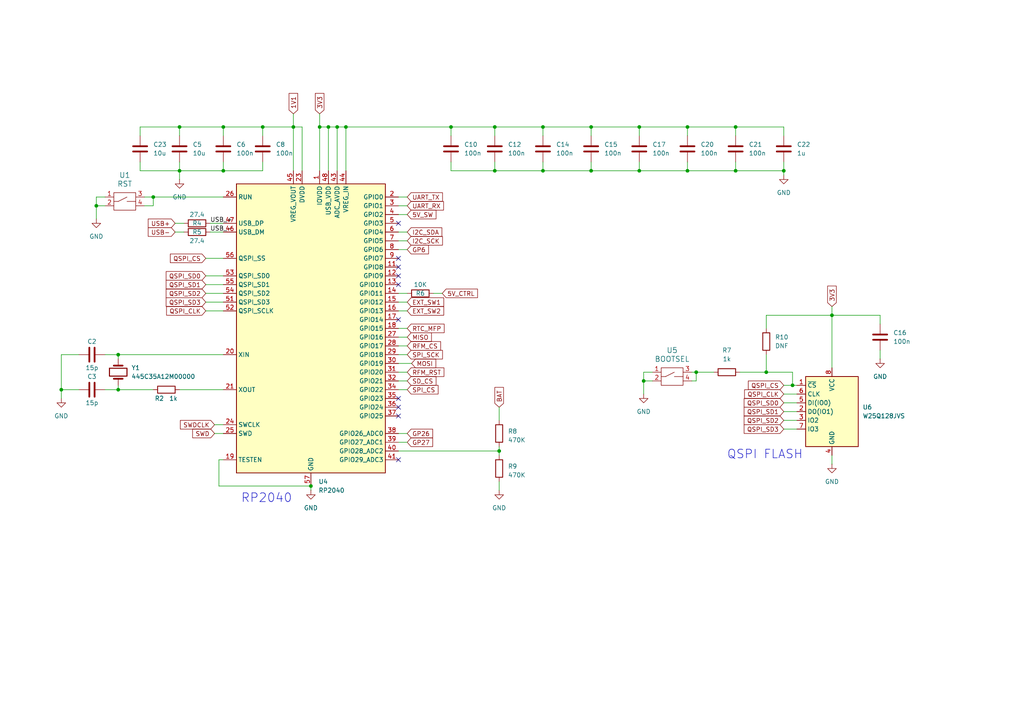
<source format=kicad_sch>
(kicad_sch (version 20231120) (generator "eeschema") (generator_version "8.0")
  (paper "A4")
  (lib_symbols
    (symbol "2024-05-28_14-35-54:PTS526_SK15_SMTR2_LFS" (pin_names (offset 0.254))
      (property "Reference" "U" (at 20.32 10.16 0))
      (property "Value" "PTS526 SK15 SMTR2 LFS" (at 20.32 7.62 0))
      (symbol "PTS526_SK15_SMTR2_LFS_1_1"
        (rectangle (start -3.81 1.27) (end 2.54 -3.81))
        (polyline (pts (xy -3.81 -1.27) (xy -2.54 -1.27)))
        (polyline (pts (xy -2.54 -1.27) (xy 0 0)))
        (polyline (pts (xy 2.54 -1.27) (xy 0 -1.27)))
        (pin passive line (at -6.35 0 0) (length 2.54) (name "") (number "1"))
        (pin passive line (at -6.35 -2.54 0) (length 2.54) (name "") (number "2"))
        (pin passive line (at 5.08 0 180) (length 2.54) (name "") (number "3"))
        (pin passive line (at 5.08 -2.54 180) (length 2.54) (name "") (number "4"))
      )
    )
    (symbol "Device:C" (pin_numbers hide) (pin_names (offset 0.254))
      (property "Reference" "C" (at 0.635 2.54 0))
      (property "Value" "C" (at 0.635 -2.54 0))
      (symbol "C_0_1"
        (polyline (pts (xy -2.032 -0.762) (xy 2.032 -0.762)) (stroke (width 0.508)))
        (polyline (pts (xy -2.032 0.762) (xy 2.032 0.762)) (stroke (width 0.508)))
      )
      (symbol "C_1_1"
        (pin passive line (at 0 3.81 270) (length 2.794) (name "~") (number "1"))
        (pin passive line (at 0 -3.81 90) (length 2.794) (name "~") (number "2"))
      )
    )
    (symbol "Device:Crystal" (pin_numbers hide) (pin_names (offset 1.016) hide)
      (property "Reference" "Y" (at 0 3.81 0))
      (property "Value" "Crystal" (at 0 -3.81 0))
      (symbol "Crystal_0_1"
        (rectangle (start -1.143 2.54) (end 1.143 -2.54) (stroke (width 0.3048)))
        (polyline (pts (xy -2.54 0) (xy -1.905 0)))
        (polyline (pts (xy -1.905 -1.27) (xy -1.905 1.27)) (stroke (width 0.508)))
        (polyline (pts (xy 1.905 -1.27) (xy 1.905 1.27)) (stroke (width 0.508)))
        (polyline (pts (xy 2.54 0) (xy 1.905 0)))
      )
      (symbol "Crystal_1_1"
        (pin passive line (at -3.81 0 0) (length 1.27) (name "1") (number "1"))
        (pin passive line (at 3.81 0 180) (length 1.27) (name "2") (number "2"))
      )
    )
    (symbol "Device:R" (pin_numbers hide) (pin_names (offset 0))
      (property "Reference" "R" (at 2.032 0 90))
      (property "Value" "R" (at 0 0 90))
      (symbol "R_0_1"
        (rectangle (start -1.016 -2.54) (end 1.016 2.54) (stroke (width 0.254)))
      )
      (symbol "R_1_1"
        (pin passive line (at 0 3.81 270) (length 1.27) (name "~") (number "1"))
        (pin passive line (at 0 -3.81 90) (length 1.27) (name "~") (number "2"))
      )
    )
    (symbol "GND_2" (power) (pin_numbers hide) (pin_names (offset 0) hide)
      (property "Value" "GND" (at 0 -3.81 0))
      (symbol "GND_2_0_1"
        (polyline (pts (xy 0 0) (xy 0 -1.27) (xy 1.27 -1.27) (xy 0 -2.54) (xy -1.27 -1.27) (xy 0 -1.27)))
      )
      (symbol "GND_2_1_1"
        (pin power_in line (at 0 0 270) (length 0) (name "~") (number "1"))
      )
    )
    (symbol "MCU_RaspberryPi:RP2040"
      (property "Reference" "U" (at 17.78 45.72 0))
      (property "Value" "RP2040" (at 17.78 43.18 0))
      (symbol "RP2040_0_1"
        (rectangle (start -21.59 41.91) (end 21.59 -41.91) (stroke (width 0.254)) (fill (type background)))
      )
      (symbol "RP2040_1_1"
        (pin power_in line (at 2.54 45.72 270) (length 3.81) (name "IOVDD") (number "1"))
        (pin passive line (at 2.54 45.72 270) (length 3.81) hide (name "IOVDD") (number "10"))
        (pin bidirectional line (at 25.4 17.78 180) (length 3.81) (name "GPIO8") (number "11"))
        (pin bidirectional line (at 25.4 15.24 180) (length 3.81) (name "GPIO9") (number "12"))
        (pin bidirectional line (at 25.4 12.7 180) (length 3.81) (name "GPIO10") (number "13"))
        (pin bidirectional line (at 25.4 10.16 180) (length 3.81) (name "GPIO11") (number "14"))
        (pin bidirectional line (at 25.4 7.62 180) (length 3.81) (name "GPIO12") (number "15"))
        (pin bidirectional line (at 25.4 5.08 180) (length 3.81) (name "GPIO13") (number "16"))
        (pin bidirectional line (at 25.4 2.54 180) (length 3.81) (name "GPIO14") (number "17"))
        (pin bidirectional line (at 25.4 0 180) (length 3.81) (name "GPIO15") (number "18"))
        (pin input line (at -25.4 -38.1 0) (length 3.81) (name "TESTEN") (number "19"))
        (pin bidirectional line (at 25.4 38.1 180) (length 3.81) (name "GPIO0") (number "2"))
        (pin input line (at -25.4 -7.62 0) (length 3.81) (name "XIN") (number "20"))
        (pin passive line (at -25.4 -17.78 0) (length 3.81) (name "XOUT") (number "21"))
        (pin passive line (at 2.54 45.72 270) (length 3.81) hide (name "IOVDD") (number "22"))
        (pin power_in line (at -2.54 45.72 270) (length 3.81) (name "DVDD") (number "23"))
        (pin input line (at -25.4 -27.94 0) (length 3.81) (name "SWCLK") (number "24"))
        (pin bidirectional line (at -25.4 -30.48 0) (length 3.81) (name "SWD") (number "25"))
        (pin input line (at -25.4 38.1 0) (length 3.81) (name "RUN") (number "26"))
        (pin bidirectional line (at 25.4 -2.54 180) (length 3.81) (name "GPIO16") (number "27"))
        (pin bidirectional line (at 25.4 -5.08 180) (length 3.81) (name "GPIO17") (number "28"))
        (pin bidirectional line (at 25.4 -7.62 180) (length 3.81) (name "GPIO18") (number "29"))
        (pin bidirectional line (at 25.4 35.56 180) (length 3.81) (name "GPIO1") (number "3"))
        (pin bidirectional line (at 25.4 -10.16 180) (length 3.81) (name "GPIO19") (number "30"))
        (pin bidirectional line (at 25.4 -12.7 180) (length 3.81) (name "GPIO20") (number "31"))
        (pin bidirectional line (at 25.4 -15.24 180) (length 3.81) (name "GPIO21") (number "32"))
        (pin passive line (at 2.54 45.72 270) (length 3.81) hide (name "IOVDD") (number "33"))
        (pin bidirectional line (at 25.4 -17.78 180) (length 3.81) (name "GPIO22") (number "34"))
        (pin bidirectional line (at 25.4 -20.32 180) (length 3.81) (name "GPIO23") (number "35"))
        (pin bidirectional line (at 25.4 -22.86 180) (length 3.81) (name "GPIO24") (number "36"))
        (pin bidirectional line (at 25.4 -25.4 180) (length 3.81) (name "GPIO25") (number "37"))
        (pin bidirectional line (at 25.4 -30.48 180) (length 3.81) (name "GPIO26_ADC0") (number "38"))
        (pin bidirectional line (at 25.4 -33.02 180) (length 3.81) (name "GPIO27_ADC1") (number "39"))
        (pin bidirectional line (at 25.4 33.02 180) (length 3.81) (name "GPIO2") (number "4"))
        (pin bidirectional line (at 25.4 -35.56 180) (length 3.81) (name "GPIO28_ADC2") (number "40"))
        (pin bidirectional line (at 25.4 -38.1 180) (length 3.81) (name "GPIO29_ADC3") (number "41"))
        (pin passive line (at 2.54 45.72 270) (length 3.81) hide (name "IOVDD") (number "42"))
        (pin power_in line (at 7.62 45.72 270) (length 3.81) (name "ADC_AVDD") (number "43"))
        (pin power_in line (at 10.16 45.72 270) (length 3.81) (name "VREG_IN") (number "44"))
        (pin power_out line (at -5.08 45.72 270) (length 3.81) (name "VREG_VOUT") (number "45"))
        (pin bidirectional line (at -25.4 27.94 0) (length 3.81) (name "USB_DM") (number "46"))
        (pin bidirectional line (at -25.4 30.48 0) (length 3.81) (name "USB_DP") (number "47"))
        (pin power_in line (at 5.08 45.72 270) (length 3.81) (name "USB_VDD") (number "48"))
        (pin passive line (at 2.54 45.72 270) (length 3.81) hide (name "IOVDD") (number "49"))
        (pin bidirectional line (at 25.4 30.48 180) (length 3.81) (name "GPIO3") (number "5"))
        (pin passive line (at -2.54 45.72 270) (length 3.81) hide (name "DVDD") (number "50"))
        (pin bidirectional line (at -25.4 7.62 0) (length 3.81) (name "QSPI_SD3") (number "51"))
        (pin output line (at -25.4 5.08 0) (length 3.81) (name "QSPI_SCLK") (number "52"))
        (pin bidirectional line (at -25.4 15.24 0) (length 3.81) (name "QSPI_SD0") (number "53"))
        (pin bidirectional line (at -25.4 10.16 0) (length 3.81) (name "QSPI_SD2") (number "54"))
        (pin bidirectional line (at -25.4 12.7 0) (length 3.81) (name "QSPI_SD1") (number "55"))
        (pin bidirectional line (at -25.4 20.32 0) (length 3.81) (name "QSPI_SS") (number "56"))
        (pin power_in line (at 0 -45.72 90) (length 3.81) (name "GND") (number "57"))
        (pin bidirectional line (at 25.4 27.94 180) (length 3.81) (name "GPIO4") (number "6"))
        (pin bidirectional line (at 25.4 25.4 180) (length 3.81) (name "GPIO5") (number "7"))
        (pin bidirectional line (at 25.4 22.86 180) (length 3.81) (name "GPIO6") (number "8"))
        (pin bidirectional line (at 25.4 20.32 180) (length 3.81) (name "GPIO7") (number "9"))
      )
    )
    (symbol "Memory_Flash:W25Q128JVS"
      (property "Reference" "U" (at -8.89 8.89 0))
      (property "Value" "W25Q128JVS" (at 7.62 8.89 0))
      (symbol "W25Q128JVS_0_1"
        (rectangle (start -7.62 10.16) (end 7.62 -10.16) (stroke (width 0.254)) (fill (type background)))
      )
      (symbol "W25Q128JVS_1_1"
        (pin input line (at -10.16 7.62 0) (length 2.54) (name "~{CS}") (number "1"))
        (pin bidirectional line (at -10.16 0 0) (length 2.54) (name "DO(IO1)") (number "2"))
        (pin bidirectional line (at -10.16 -2.54 0) (length 2.54) (name "IO2") (number "3"))
        (pin power_in line (at 0 -12.7 90) (length 2.54) (name "GND") (number "4"))
        (pin bidirectional line (at -10.16 2.54 0) (length 2.54) (name "DI(IO0)") (number "5"))
        (pin input line (at -10.16 5.08 0) (length 2.54) (name "CLK") (number "6"))
        (pin bidirectional line (at -10.16 -5.08 0) (length 2.54) (name "IO3") (number "7"))
        (pin power_in line (at 0 12.7 270) (length 2.54) (name "VCC") (number "8"))
      )
    )
    (symbol "PTS526_SK15_SMTR2_LFS_1" (pin_names (offset 0.254))
      (property "Reference" "U" (at 20.32 10.16 0))
      (property "Value" "PTS526 SK15 SMTR2 LFS" (at 20.32 7.62 0))
      (symbol "PTS526_SK15_SMTR2_LFS_1_1_1"
        (rectangle (start -3.81 1.27) (end 2.54 -3.81))
        (polyline (pts (xy -3.81 -1.27) (xy -2.54 -1.27)))
        (polyline (pts (xy -2.54 -1.27) (xy 0 0)))
        (polyline (pts (xy 2.54 -1.27) (xy 0 -1.27)))
        (pin passive line (at -6.35 0 0) (length 2.54) (name "") (number "1"))
        (pin passive line (at -6.35 -2.54 0) (length 2.54) (name "") (number "2"))
        (pin passive line (at 5.08 0 180) (length 2.54) (name "") (number "3"))
        (pin passive line (at 5.08 -2.54 180) (length 2.54) (name "") (number "4"))
      )
    )
    (symbol "power:GND" (power) (pin_numbers hide) (pin_names (offset 0) hide)
      (property "Value" "GND" (at 0 -3.81 0))
      (symbol "GND_0_1"
        (polyline (pts (xy 0 0) (xy 0 -1.27) (xy 1.27 -1.27) (xy 0 -2.54) (xy -1.27 -1.27) (xy 0 -1.27)))
      )
      (symbol "GND_1_1"
        (pin power_in line (at 0 0 270) (length 0) (name "~") (number "1"))
      )
    )
  )
  (junction (at 52.07 49.53))
  (junction (at 185.42 49.53))
  (junction (at 213.36 36.83))
  (junction (at 64.77 36.83))
  (junction (at 171.45 36.83))
  (junction (at 171.45 49.53))
  (junction (at 157.48 36.83))
  (junction (at 90.17 140.97))
  (junction (at 34.29 113.03))
  (junction (at 213.36 49.53))
  (junction (at 130.81 36.83))
  (junction (at 143.51 49.53))
  (junction (at 186.69 110.49))
  (junction (at 199.39 49.53))
  (junction (at 185.42 36.83))
  (junction (at 157.48 49.53))
  (junction (at 85.09 36.83))
  (junction (at 143.51 36.83))
  (junction (at 34.29 102.87))
  (junction (at 76.2 36.83))
  (junction (at 64.77 49.53))
  (junction (at 241.3 91.44))
  (junction (at 100.33 36.83))
  (junction (at 17.78 113.03))
  (junction (at 95.25 36.83))
  (junction (at 201.93 107.95))
  (junction (at 27.94 59.69))
  (junction (at 227.33 49.53))
  (junction (at 199.39 36.83))
  (junction (at 229.87 111.76))
  (junction (at 92.71 36.83))
  (junction (at 52.07 36.83))
  (junction (at 97.79 36.83))
  (junction (at 44.45 57.15))
  (junction (at 222.25 107.95))
  (junction (at 144.78 130.81))
  (no_connect (at 115.57 92.71))
  (no_connect (at 115.57 120.65))
  (no_connect (at 115.57 64.77))
  (no_connect (at 115.57 74.93))
  (no_connect (at 115.57 133.35))
  (no_connect (at 115.57 115.57))
  (no_connect (at 115.57 82.55))
  (no_connect (at 115.57 80.01))
  (no_connect (at 115.57 118.11))
  (no_connect (at 115.57 77.47))
  (wire (pts (xy 59.69 74.93) (xy 64.77 74.93)))
  (wire (pts (xy 241.3 91.44) (xy 241.3 88.9)))
  (wire (pts (xy 62.23 125.73) (xy 64.77 125.73)))
  (wire (pts (xy 64.77 36.83) (xy 52.07 36.83)))
  (wire (pts (xy 64.77 36.83) (xy 64.77 39.37)))
  (wire (pts (xy 27.94 57.15) (xy 30.48 57.15)))
  (wire (pts (xy 40.64 49.53) (xy 52.07 49.53)))
  (wire (pts (xy 100.33 36.83) (xy 130.81 36.83)))
  (wire (pts (xy 87.63 36.83) (xy 87.63 49.53)))
  (wire (pts (xy 144.78 130.81) (xy 144.78 132.08)))
  (wire (pts (xy 115.57 72.39) (xy 118.11 72.39)))
  (wire (pts (xy 17.78 113.03) (xy 17.78 115.57)))
  (wire (pts (xy 59.69 82.55) (xy 64.77 82.55)))
  (wire (pts (xy 59.69 80.01) (xy 64.77 80.01)))
  (wire (pts (xy 85.09 33.02) (xy 85.09 36.83)))
  (wire (pts (xy 85.09 49.53) (xy 85.09 36.83)))
  (wire (pts (xy 227.33 116.84) (xy 231.14 116.84)))
  (wire (pts (xy 115.57 95.25) (xy 118.11 95.25)))
  (wire (pts (xy 255.27 101.6) (xy 255.27 104.14)))
  (wire (pts (xy 222.25 107.95) (xy 229.87 107.95)))
  (wire (pts (xy 186.69 107.95) (xy 186.69 110.49)))
  (wire (pts (xy 115.57 105.41) (xy 119.38 105.41)))
  (wire (pts (xy 27.94 59.69) (xy 30.48 59.69)))
  (wire (pts (xy 227.33 36.83) (xy 227.33 39.37)))
  (wire (pts (xy 34.29 104.14) (xy 34.29 102.87)))
  (wire (pts (xy 115.57 110.49) (xy 118.11 110.49)))
  (wire (pts (xy 115.57 69.85) (xy 118.11 69.85)))
  (wire (pts (xy 34.29 113.03) (xy 44.45 113.03)))
  (wire (pts (xy 34.29 102.87) (xy 30.48 102.87)))
  (wire (pts (xy 125.73 85.09) (xy 128.27 85.09)))
  (wire (pts (xy 255.27 93.98) (xy 255.27 91.44)))
  (wire (pts (xy 130.81 36.83) (xy 143.51 36.83)))
  (wire (pts (xy 92.71 33.02) (xy 92.71 36.83)))
  (wire (pts (xy 115.57 97.79) (xy 118.11 97.79)))
  (wire (pts (xy 144.78 118.11) (xy 144.78 121.92)))
  (wire (pts (xy 199.39 49.53) (xy 213.36 49.53)))
  (wire (pts (xy 63.5 133.35) (xy 63.5 140.97)))
  (wire (pts (xy 222.25 107.95) (xy 214.63 107.95)))
  (wire (pts (xy 97.79 36.83) (xy 97.79 49.53)))
  (wire (pts (xy 143.51 36.83) (xy 157.48 36.83)))
  (wire (pts (xy 227.33 124.46) (xy 231.14 124.46)))
  (wire (pts (xy 63.5 140.97) (xy 90.17 140.97)))
  (wire (pts (xy 115.57 128.27) (xy 118.11 128.27)))
  (wire (pts (xy 41.91 59.69) (xy 44.45 59.69)))
  (wire (pts (xy 213.36 49.53) (xy 227.33 49.53)))
  (wire (pts (xy 229.87 107.95) (xy 229.87 111.76)))
  (wire (pts (xy 60.96 67.31) (xy 64.77 67.31)))
  (wire (pts (xy 157.48 49.53) (xy 171.45 49.53)))
  (wire (pts (xy 130.81 49.53) (xy 143.51 49.53)))
  (wire (pts (xy 92.71 49.53) (xy 92.71 36.83)))
  (wire (pts (xy 115.57 87.63) (xy 118.11 87.63)))
  (wire (pts (xy 227.33 121.92) (xy 231.14 121.92)))
  (wire (pts (xy 144.78 129.54) (xy 144.78 130.81)))
  (wire (pts (xy 199.39 36.83) (xy 213.36 36.83)))
  (wire (pts (xy 115.57 113.03) (xy 118.11 113.03)))
  (wire (pts (xy 115.57 59.69) (xy 118.11 59.69)))
  (wire (pts (xy 41.91 57.15) (xy 44.45 57.15)))
  (wire (pts (xy 85.09 36.83) (xy 76.2 36.83)))
  (wire (pts (xy 76.2 36.83) (xy 64.77 36.83)))
  (wire (pts (xy 40.64 36.83) (xy 52.07 36.83)))
  (wire (pts (xy 227.33 49.53) (xy 227.33 50.8)))
  (wire (pts (xy 171.45 46.99) (xy 171.45 49.53)))
  (wire (pts (xy 185.42 36.83) (xy 199.39 36.83)))
  (wire (pts (xy 76.2 36.83) (xy 76.2 39.37)))
  (wire (pts (xy 115.57 67.31) (xy 118.11 67.31)))
  (wire (pts (xy 59.69 87.63) (xy 64.77 87.63)))
  (wire (pts (xy 185.42 49.53) (xy 199.39 49.53)))
  (wire (pts (xy 95.25 36.83) (xy 97.79 36.83)))
  (wire (pts (xy 227.33 111.76) (xy 229.87 111.76)))
  (wire (pts (xy 227.33 49.53) (xy 227.33 46.99)))
  (wire (pts (xy 59.69 90.17) (xy 64.77 90.17)))
  (wire (pts (xy 115.57 107.95) (xy 118.11 107.95)))
  (wire (pts (xy 64.77 49.53) (xy 52.07 49.53)))
  (wire (pts (xy 222.25 102.87) (xy 222.25 107.95)))
  (wire (pts (xy 157.48 46.99) (xy 157.48 49.53)))
  (wire (pts (xy 157.48 36.83) (xy 157.48 39.37)))
  (wire (pts (xy 143.51 36.83) (xy 143.51 39.37)))
  (wire (pts (xy 60.96 64.77) (xy 64.77 64.77)))
  (wire (pts (xy 171.45 49.53) (xy 185.42 49.53)))
  (wire (pts (xy 199.39 46.99) (xy 199.39 49.53)))
  (wire (pts (xy 115.57 100.33) (xy 118.11 100.33)))
  (wire (pts (xy 229.87 111.76) (xy 231.14 111.76)))
  (wire (pts (xy 157.48 36.83) (xy 171.45 36.83)))
  (wire (pts (xy 171.45 36.83) (xy 171.45 39.37)))
  (wire (pts (xy 52.07 36.83) (xy 52.07 39.37)))
  (wire (pts (xy 50.8 67.31) (xy 53.34 67.31)))
  (wire (pts (xy 50.8 64.77) (xy 53.34 64.77)))
  (wire (pts (xy 76.2 49.53) (xy 64.77 49.53)))
  (wire (pts (xy 255.27 91.44) (xy 241.3 91.44)))
  (wire (pts (xy 130.81 36.83) (xy 130.81 39.37)))
  (wire (pts (xy 44.45 57.15) (xy 64.77 57.15)))
  (wire (pts (xy 44.45 59.69) (xy 44.45 57.15)))
  (wire (pts (xy 130.81 46.99) (xy 130.81 49.53)))
  (wire (pts (xy 227.33 119.38) (xy 231.14 119.38)))
  (wire (pts (xy 59.69 85.09) (xy 64.77 85.09)))
  (wire (pts (xy 222.25 91.44) (xy 241.3 91.44)))
  (wire (pts (xy 115.57 62.23) (xy 118.11 62.23)))
  (wire (pts (xy 40.64 46.99) (xy 40.64 49.53)))
  (wire (pts (xy 115.57 85.09) (xy 118.11 85.09)))
  (wire (pts (xy 34.29 102.87) (xy 64.77 102.87)))
  (wire (pts (xy 144.78 139.7) (xy 144.78 142.24)))
  (wire (pts (xy 64.77 133.35) (xy 63.5 133.35)))
  (wire (pts (xy 227.33 114.3) (xy 231.14 114.3)))
  (wire (pts (xy 34.29 113.03) (xy 30.48 113.03)))
  (wire (pts (xy 200.66 107.95) (xy 201.93 107.95)))
  (wire (pts (xy 22.86 102.87) (xy 17.78 102.87)))
  (wire (pts (xy 92.71 36.83) (xy 95.25 36.83)))
  (wire (pts (xy 115.57 57.15) (xy 118.11 57.15)))
  (wire (pts (xy 213.36 46.99) (xy 213.36 49.53)))
  (wire (pts (xy 171.45 36.83) (xy 185.42 36.83)))
  (wire (pts (xy 27.94 59.69) (xy 27.94 63.5)))
  (wire (pts (xy 115.57 130.81) (xy 144.78 130.81)))
  (wire (pts (xy 17.78 102.87) (xy 17.78 113.03)))
  (wire (pts (xy 115.57 125.73) (xy 118.11 125.73)))
  (wire (pts (xy 186.69 107.95) (xy 189.23 107.95)))
  (wire (pts (xy 241.3 91.44) (xy 241.3 106.68)))
  (wire (pts (xy 17.78 113.03) (xy 22.86 113.03)))
  (wire (pts (xy 186.69 110.49) (xy 186.69 114.3)))
  (wire (pts (xy 201.93 110.49) (xy 201.93 107.95)))
  (wire (pts (xy 200.66 110.49) (xy 201.93 110.49)))
  (wire (pts (xy 143.51 49.53) (xy 157.48 49.53)))
  (wire (pts (xy 40.64 39.37) (xy 40.64 36.83)))
  (wire (pts (xy 241.3 132.08) (xy 241.3 134.62)))
  (wire (pts (xy 115.57 102.87) (xy 118.11 102.87)))
  (wire (pts (xy 185.42 46.99) (xy 185.42 49.53)))
  (wire (pts (xy 90.17 140.97) (xy 90.17 142.24)))
  (wire (pts (xy 87.63 36.83) (xy 85.09 36.83)))
  (wire (pts (xy 62.23 123.19) (xy 64.77 123.19)))
  (wire (pts (xy 76.2 46.99) (xy 76.2 49.53)))
  (wire (pts (xy 222.25 95.25) (xy 222.25 91.44)))
  (wire (pts (xy 213.36 36.83) (xy 213.36 39.37)))
  (wire (pts (xy 201.93 107.95) (xy 207.01 107.95)))
  (wire (pts (xy 115.57 90.17) (xy 118.11 90.17)))
  (wire (pts (xy 52.07 113.03) (xy 64.77 113.03)))
  (wire (pts (xy 199.39 36.83) (xy 199.39 39.37)))
  (wire (pts (xy 95.25 36.83) (xy 95.25 49.53)))
  (wire (pts (xy 64.77 46.99) (xy 64.77 49.53)))
  (wire (pts (xy 185.42 36.83) (xy 185.42 39.37)))
  (wire (pts (xy 143.51 46.99) (xy 143.51 49.53)))
  (wire (pts (xy 52.07 49.53) (xy 52.07 46.99)))
  (wire (pts (xy 27.94 57.15) (xy 27.94 59.69)))
  (wire (pts (xy 100.33 36.83) (xy 100.33 49.53)))
  (wire (pts (xy 213.36 36.83) (xy 227.33 36.83)))
  (wire (pts (xy 186.69 110.49) (xy 189.23 110.49)))
  (wire (pts (xy 52.07 49.53) (xy 52.07 52.07)))
  (wire (pts (xy 97.79 36.83) (xy 100.33 36.83)))
  (wire (pts (xy 34.29 111.76) (xy 34.29 113.03)))
  (text "RP2040" (at 69.85 146.05 0) (effects (font (size 2.54 2.54)) (justify left bottom)))
  (text "QSPI FLASH" (at 210.82 133.35 0) (effects (font (size 2.5 2.5)) (justify left bottom)))
  (label "USB_-" (at 60.96 67.31 0))
  (label "USB_+" (at 60.96 64.77 0))
  (global_label "SPI_SCK" (shape input) (at 118.11 102.87 0) (property "Intersheetrefs" "${INTERSHEET_REFS}" (effects (hide yes))))
  (global_label "GP6" (shape input) (at 118.11 72.39 0) (property "Intersheetrefs" "${INTERSHEET_REFS}" (effects (hide yes))))
  (global_label "SPI_CS" (shape input) (at 118.11 113.03 0) (property "Intersheetrefs" "${INTERSHEET_REFS}" (effects (hide yes))))
  (global_label "RFM_RST" (shape input) (at 118.11 107.95 0) (property "Intersheetrefs" "${INTERSHEET_REFS}" (effects (hide yes))))
  (global_label "SWDCLK" (shape input) (at 62.23 123.19 180) (property "Intersheetrefs" "${INTERSHEET_REFS}" (effects (hide yes))))
  (global_label "5V_SW" (shape input) (at 118.11 62.23 0) (property "Intersheetrefs" "${INTERSHEET_REFS}" (effects (hide yes))))
  (global_label "QSPI_CS" (shape input) (at 59.69 74.93 180) (property "Intersheetrefs" "${INTERSHEET_REFS}" (effects (hide yes))))
  (global_label "UART_TX" (shape input) (at 118.11 57.15 0) (property "Intersheetrefs" "${INTERSHEET_REFS}" (effects (hide yes))))
  (global_label "RFM_CS" (shape input) (at 118.11 100.33 0) (property "Intersheetrefs" "${INTERSHEET_REFS}" (effects (hide yes))))
  (global_label "UART_RX" (shape input) (at 118.11 59.69 0) (property "Intersheetrefs" "${INTERSHEET_REFS}" (effects (hide yes))))
  (global_label "BAT" (shape input) (at 144.78 118.11 90) (property "Intersheetrefs" "${INTERSHEET_REFS}" (effects (hide yes))))
  (global_label "RTC_MFP" (shape input) (at 118.11 95.25 0) (property "Intersheetrefs" "${INTERSHEET_REFS}" (effects (hide yes))))
  (global_label "QSPI_SD1" (shape input) (at 59.69 82.55 180) (property "Intersheetrefs" "${INTERSHEET_REFS}" (effects (hide yes))))
  (global_label "QSPI_SD0" (shape input) (at 59.69 80.01 180) (property "Intersheetrefs" "${INTERSHEET_REFS}" (effects (hide yes))))
  (global_label "QSPI_SD0" (shape input) (at 227.33 116.84 180) (property "Intersheetrefs" "${INTERSHEET_REFS}" (effects (hide yes))))
  (global_label "QSPI_CS" (shape input) (at 227.33 111.76 180) (property "Intersheetrefs" "${INTERSHEET_REFS}" (effects (hide yes))))
  (global_label "MISO" (shape input) (at 118.11 97.79 0) (property "Intersheetrefs" "${INTERSHEET_REFS}" (effects (hide yes))))
  (global_label "USB+" (shape input) (at 50.8 64.77 180) (property "Intersheetrefs" "${INTERSHEET_REFS}" (effects (hide yes))))
  (global_label "QSPI_SD3" (shape input) (at 227.33 124.46 180) (property "Intersheetrefs" "${INTERSHEET_REFS}" (effects (hide yes))))
  (global_label "QSPI_SD2" (shape input) (at 227.33 121.92 180) (property "Intersheetrefs" "${INTERSHEET_REFS}" (effects (hide yes))))
  (global_label "I2C_SDA" (shape input) (at 118.11 67.31 0) (property "Intersheetrefs" "${INTERSHEET_REFS}" (effects (hide yes))))
  (global_label "EXT_SW2" (shape input) (at 118.11 90.17 0) (property "Intersheetrefs" "${INTERSHEET_REFS}" (effects (hide yes))))
  (global_label "3V3" (shape input) (at 92.71 33.02 90) (property "Intersheetrefs" "${INTERSHEET_REFS}" (effects (hide yes))))
  (global_label "5V_CTRL" (shape input) (at 128.27 85.09 0) (property "Intersheetrefs" "${INTERSHEET_REFS}" (effects (hide yes))))
  (global_label "3V3" (shape input) (at 241.3 88.9 90) (property "Intersheetrefs" "${INTERSHEET_REFS}" (effects (hide yes))))
  (global_label "QSPI_SD2" (shape input) (at 59.69 85.09 180) (property "Intersheetrefs" "${INTERSHEET_REFS}" (effects (hide yes))))
  (global_label "SD_CS" (shape input) (at 118.11 110.49 0) (property "Intersheetrefs" "${INTERSHEET_REFS}" (effects (hide yes))))
  (global_label "MOSI" (shape input) (at 119.38 105.41 0) (property "Intersheetrefs" "${INTERSHEET_REFS}" (effects (hide yes))))
  (global_label "GP26" (shape input) (at 118.11 125.73 0) (property "Intersheetrefs" "${INTERSHEET_REFS}" (effects (hide yes))))
  (global_label "EXT_SW1" (shape input) (at 118.11 87.63 0) (property "Intersheetrefs" "${INTERSHEET_REFS}" (effects (hide yes))))
  (global_label "QSPI_CLK" (shape input) (at 59.69 90.17 180) (property "Intersheetrefs" "${INTERSHEET_REFS}" (effects (hide yes))))
  (global_label "QSPI_SD3" (shape input) (at 59.69 87.63 180) (property "Intersheetrefs" "${INTERSHEET_REFS}" (effects (hide yes))))
  (global_label "SWD" (shape input) (at 62.23 125.73 180) (property "Intersheetrefs" "${INTERSHEET_REFS}" (effects (hide yes))))
  (global_label "GP27" (shape input) (at 118.11 128.27 0) (property "Intersheetrefs" "${INTERSHEET_REFS}" (effects (hide yes))))
  (global_label "QSPI_SD1" (shape input) (at 227.33 119.38 180) (property "Intersheetrefs" "${INTERSHEET_REFS}" (effects (hide yes))))
  (global_label "QSPI_CLK" (shape input) (at 227.33 114.3 180) (property "Intersheetrefs" "${INTERSHEET_REFS}" (effects (hide yes))))
  (global_label "I2C_SCK" (shape input) (at 118.11 69.85 0) (property "Intersheetrefs" "${INTERSHEET_REFS}" (effects (hide yes))))
  (global_label "USB-" (shape input) (at 50.8 67.31 180) (property "Intersheetrefs" "${INTERSHEET_REFS}" (effects (hide yes))))
  (global_label "1V1" (shape input) (at 85.09 33.02 90) (property "Intersheetrefs" "${INTERSHEET_REFS}" (effects (hide yes))))
  (symbol (lib_id "Device:C") (at 185.42 43.18 0) (unit 1)
    (property "Reference" "C17" (at 189.23 41.91 0) (effects (justify left)))
    (property "Value" "100n" (at 189.23 44.45 0) (effects (justify left)))
    (property "Footprint" "Capacitor_SMD:C_0402_1005Metric_Pad0.74x0.62mm_HandSolder" (effects (hide yes)))
  )
  (symbol (lib_name "GND_2") (lib_id "power:GND") (at 52.07 52.07 0) (unit 1)
    (property "Reference" "#PWR05" (effects (hide yes)))
    (property "Value" "GND" (at 52.07 57.15 0))
    (property "Description" "Power symbol creates a global label with name \"GND\" , ground" (effects (hide yes)))
  )
  (symbol (lib_id "Device:C") (at 213.36 43.18 0) (unit 1)
    (property "Reference" "C21" (at 217.17 41.91 0) (effects (justify left)))
    (property "Value" "100n" (at 217.17 44.45 0) (effects (justify left)))
    (property "Footprint" "Capacitor_SMD:C_0402_1005Metric_Pad0.74x0.62mm_HandSolder" (effects (hide yes)))
  )
  (symbol (lib_name "GND_2") (lib_id "power:GND") (at 241.3 134.62 0) (unit 1)
    (property "Reference" "#PWR010" (effects (hide yes)))
    (property "Value" "GND" (at 241.3 139.7 0))
    (property "Description" "Power symbol creates a global label with name \"GND\" , ground" (effects (hide yes)))
  )
  (symbol (lib_name "PTS526_SK15_SMTR2_LFS_1") (lib_id "2024-05-28_14-35-54:PTS526_SK15_SMTR2_LFS") (at 36.83 57.15 0) (unit 1)
    (property "Reference" "U1" (at 36.195 50.8 0) (effects (font (size 1.524 1.524))))
    (property "Value" "RST" (at 36.195 53.34 0) (effects (font (size 1.524 1.524))))
    (property "Footprint" "pts526:SMT_FS" (effects (hide yes)))
    (property "Datasheet" "PTS526 SK15 SMTR2 LFS" (effects (hide yes)))
  )
  (symbol (lib_id "Device:C") (at 227.33 43.18 0) (unit 1)
    (property "Reference" "C22" (at 231.14 41.91 0) (effects (justify left)))
    (property "Value" "1u" (at 231.14 44.45 0) (effects (justify left)))
    (property "Footprint" "Capacitor_SMD:C_0805_2012Metric_Pad1.18x1.45mm_HandSolder" (effects (hide yes)))
  )
  (symbol (lib_name "GND_2") (lib_id "power:GND") (at 255.27 104.14 0) (unit 1)
    (property "Reference" "#PWR012" (effects (hide yes)))
    (property "Value" "GND" (at 255.27 109.22 0))
    (property "Description" "Power symbol creates a global label with name \"GND\" , ground" (effects (hide yes)))
  )
  (symbol (lib_id "Device:C") (at 143.51 43.18 0) (unit 1)
    (property "Reference" "C12" (at 147.32 41.91 0) (effects (justify left)))
    (property "Value" "100n" (at 147.32 44.45 0) (effects (justify left)))
    (property "Footprint" "Capacitor_SMD:C_0402_1005Metric_Pad0.74x0.62mm_HandSolder" (effects (hide yes)))
  )
  (symbol (lib_id "Device:R") (at 210.82 107.95 90) (unit 1)
    (property "Reference" "R7" (at 210.82 101.6 90))
    (property "Value" "1k" (at 210.82 104.14 90))
    (property "Footprint" "Resistor_SMD:R_0805_2012Metric_Pad1.20x1.40mm_HandSolder" (effects (hide yes)))
  )
  (symbol (lib_id "Device:R") (at 144.78 135.89 0) (unit 1)
    (property "Reference" "R9" (at 147.32 135.255 0) (effects (justify left)))
    (property "Value" "470K" (at 147.32 137.795 0) (effects (justify left)))
    (property "Footprint" "Resistor_SMD:R_0805_2012Metric_Pad1.20x1.40mm_HandSolder" (effects (hide yes)))
  )
  (symbol (lib_name "GND_2") (lib_id "power:GND") (at 144.78 142.24 0) (unit 1)
    (property "Reference" "#PWR09" (effects (hide yes)))
    (property "Value" "GND" (at 144.78 147.32 0))
    (property "Description" "Power symbol creates a global label with name \"GND\" , ground" (effects (hide yes)))
  )
  (symbol (lib_id "Device:Crystal") (at 34.29 107.95 90) (unit 1)
    (property "Reference" "Y1" (at 38.1 106.68 90) (effects (justify right)))
    (property "Value" "445C35A12M00000" (at 38.1 109.22 90) (effects (justify right)))
    (property "Footprint" "custom:XTAL-445" (effects (hide yes)))
  )
  (symbol (lib_name "GND_2") (lib_id "power:GND") (at 90.17 142.24 0) (unit 1)
    (property "Reference" "#PWR07" (effects (hide yes)))
    (property "Value" "GND" (at 90.17 147.32 0))
    (property "Description" "Power symbol creates a global label with name \"GND\" , ground" (effects (hide yes)))
  )
  (symbol (lib_id "Device:C") (at 64.77 43.18 0) (unit 1)
    (property "Reference" "C6" (at 68.58 41.91 0) (effects (justify left)))
    (property "Value" "100n" (at 68.58 44.45 0) (effects (justify left)))
    (property "Footprint" "Capacitor_SMD:C_0402_1005Metric_Pad0.74x0.62mm_HandSolder" (effects (hide yes)))
  )
  (symbol (lib_id "Device:R") (at 57.15 67.31 90) (unit 1)
    (property "Reference" "R5" (at 57.15 67.31 90))
    (property "Value" "27.4" (at 57.15 69.85 90))
    (property "Footprint" "Resistor_SMD:R_0805_2012Metric_Pad1.20x1.40mm_HandSolder" (effects (hide yes)))
  )
  (symbol (lib_id "Memory_Flash:W25Q128JVS") (at 241.3 119.38 0) (unit 1)
    (property "Reference" "U6" (at 250.19 118.11 0) (effects (justify left)))
    (property "Value" "W25Q128JVS" (at 250.19 120.65 0) (effects (justify left)))
    (property "Footprint" "Package_SO:SOIC-8_5.23x5.23mm_P1.27mm" (effects (hide yes)))
    (property "Datasheet" "http://www.winbond.com/resource-files/w25q128jv_dtr%20revc%2003272018%20plus.pdf" (effects (hide yes)))
  )
  (symbol (lib_id "MCU_RaspberryPi:RP2040") (at 90.17 95.25 0) (unit 1)
    (property "Reference" "U4" (at 92.3641 139.7 0) (effects (justify left)))
    (property "Value" "RP2040" (at 92.3641 142.24 0) (effects (justify left)))
    (property "Footprint" "Package_DFN_QFN:QFN-56-1EP_7x7mm_P0.4mm_EP3.2x3.2mm" (effects (hide yes)))
    (property "Datasheet" "https://datasheets.raspberrypi.com/rp2040/rp2040-datasheet.pdf" (effects (hide yes)))
  )
  (symbol (lib_id "Device:R") (at 48.26 113.03 90) (unit 1)
    (property "Reference" "R2" (at 46.228 115.57 90))
    (property "Value" "1k" (at 50.292 115.57 90))
    (property "Footprint" "Resistor_SMD:R_0805_2012Metric_Pad1.20x1.40mm_HandSolder" (effects (hide yes)))
    (property "Description" "Resistor" (effects (hide yes)))
  )
  (symbol (lib_name "GND_2") (lib_id "power:GND") (at 17.78 115.57 0) (unit 1)
    (property "Reference" "#PWR02" (effects (hide yes)))
    (property "Value" "GND" (at 17.78 120.65 0))
    (property "Description" "Power symbol creates a global label with name \"GND\" , ground" (effects (hide yes)))
  )
  (symbol (lib_id "Device:C") (at 171.45 43.18 0) (unit 1)
    (property "Reference" "C15" (at 175.26 41.91 0) (effects (justify left)))
    (property "Value" "100n" (at 175.26 44.45 0) (effects (justify left)))
    (property "Footprint" "Capacitor_SMD:C_0402_1005Metric_Pad0.74x0.62mm_HandSolder" (effects (hide yes)))
  )
  (symbol (lib_id "Device:C") (at 157.48 43.18 0) (unit 1)
    (property "Reference" "C14" (at 161.29 41.91 0) (effects (justify left)))
    (property "Value" "100n" (at 161.29 44.45 0) (effects (justify left)))
    (property "Footprint" "Capacitor_SMD:C_0402_1005Metric_Pad0.74x0.62mm_HandSolder" (effects (hide yes)))
  )
  (symbol (lib_id "Device:C") (at 130.81 43.18 0) (unit 1)
    (property "Reference" "C10" (at 134.62 41.91 0) (effects (justify left)))
    (property "Value" "100n" (at 134.62 44.45 0) (effects (justify left)))
    (property "Footprint" "Capacitor_SMD:C_0402_1005Metric_Pad0.74x0.62mm_HandSolder" (effects (hide yes)))
  )
  (symbol (lib_id "Device:C") (at 52.07 43.18 0) (unit 1)
    (property "Reference" "C5" (at 55.88 41.91 0) (effects (justify left)))
    (property "Value" "10u" (at 55.88 44.45 0) (effects (justify left)))
    (property "Footprint" "Capacitor_SMD:C_0805_2012Metric_Pad1.18x1.45mm_HandSolder" (effects (hide yes)))
  )
  (symbol (lib_id "Device:C") (at 76.2 43.18 0) (unit 1)
    (property "Reference" "C8" (at 80.01 41.91 0) (effects (justify left)))
    (property "Value" "100n" (at 80.01 44.45 0) (effects (justify left)))
    (property "Footprint" "Capacitor_SMD:C_0402_1005Metric_Pad0.74x0.62mm_HandSolder" (effects (hide yes)))
  )
  (symbol (lib_id "Device:C") (at 26.67 113.03 90) (unit 1)
    (property "Reference" "C3" (at 26.67 109.22 90))
    (property "Value" "15p" (at 26.67 116.84 90))
    (property "Footprint" "Capacitor_SMD:C_0402_1005Metric_Pad0.74x0.62mm_HandSolder" (effects (hide yes)))
  )
  (symbol (lib_name "GND_2") (lib_id "power:GND") (at 27.94 63.5 0) (unit 1)
    (property "Reference" "#PWR03" (effects (hide yes)))
    (property "Value" "GND" (at 27.94 68.58 0))
    (property "Description" "Power symbol creates a global label with name \"GND\" , ground" (effects (hide yes)))
  )
  (symbol (lib_id "Device:R") (at 222.25 99.06 0) (unit 1)
    (property "Reference" "R10" (at 224.79 97.79 0) (effects (justify left)))
    (property "Value" "DNF" (at 224.79 100.33 0) (effects (justify left)))
    (property "Footprint" "Resistor_SMD:R_0805_2012Metric_Pad1.20x1.40mm_HandSolder" (effects (hide yes)))
  )
  (symbol (lib_id "Device:C") (at 26.67 102.87 90) (unit 1)
    (property "Reference" "C2" (at 26.67 99.06 90))
    (property "Value" "15p" (at 26.67 106.68 90))
    (property "Footprint" "Capacitor_SMD:C_0402_1005Metric_Pad0.74x0.62mm_HandSolder" (effects (hide yes)))
  )
  (symbol (lib_id "power:GND") (at 227.33 50.8 0) (unit 1)
    (property "Reference" "#PWR016" (effects (hide yes)))
    (property "Value" "GND" (at 227.33 55.88 0))
    (property "Description" "Power symbol creates a global label with name \"GND\" , ground" (effects (hide yes)))
  )
  (symbol (lib_id "Device:R") (at 144.78 125.73 0) (unit 1)
    (property "Reference" "R8" (at 147.32 125.095 0) (effects (justify left)))
    (property "Value" "470K" (at 147.32 127.635 0) (effects (justify left)))
    (property "Footprint" "Resistor_SMD:R_0805_2012Metric_Pad1.20x1.40mm_HandSolder" (effects (hide yes)))
  )
  (symbol (lib_id "Device:R") (at 121.92 85.09 90) (unit 1)
    (property "Reference" "R6" (at 121.92 85.09 90))
    (property "Value" "10K" (at 121.92 82.55 90))
    (property "Footprint" "Resistor_SMD:R_0805_2012Metric_Pad1.20x1.40mm_HandSolder" (effects (hide yes)))
  )
  (symbol (lib_id "Device:C") (at 255.27 97.79 0) (unit 1)
    (property "Reference" "C16" (at 259.08 96.52 0) (effects (justify left)))
    (property "Value" "100n" (at 259.08 99.06 0) (effects (justify left)))
    (property "Footprint" "Capacitor_SMD:C_0402_1005Metric_Pad0.74x0.62mm_HandSolder" (effects (hide yes)))
  )
  (symbol (lib_id "Device:R") (at 57.15 64.77 90) (unit 1)
    (property "Reference" "R4" (at 57.15 64.77 90))
    (property "Value" "27.4" (at 57.15 62.23 90))
    (property "Footprint" "Resistor_SMD:R_0805_2012Metric_Pad1.20x1.40mm_HandSolder" (effects (hide yes)))
  )
  (symbol (lib_id "2024-05-28_14-35-54:PTS526_SK15_SMTR2_LFS") (at 195.58 107.95 0) (unit 1)
    (property "Reference" "U5" (at 194.945 101.6 0) (effects (font (size 1.524 1.524))))
    (property "Value" "BOOTSEL" (at 194.945 104.14 0) (effects (font (size 1.524 1.524))))
    (property "Footprint" "pts526:SMT_FS" (effects (hide yes)))
    (property "Datasheet" "PTS526 SK15 SMTR2 LFS" (effects (hide yes)))
  )
  (symbol (lib_id "Device:C") (at 40.64 43.18 0) (unit 1)
    (property "Reference" "C23" (at 44.45 41.91 0) (effects (justify left)))
    (property "Value" "10u" (at 44.45 44.45 0) (effects (justify left)))
    (property "Footprint" "Capacitor_SMD:C_0805_2012Metric_Pad1.18x1.45mm_HandSolder" (effects (hide yes)))
  )
  (symbol (lib_id "Device:C") (at 199.39 43.18 0) (unit 1)
    (property "Reference" "C20" (at 203.2 41.91 0) (effects (justify left)))
    (property "Value" "100n" (at 203.2 44.45 0) (effects (justify left)))
    (property "Footprint" "Capacitor_SMD:C_0402_1005Metric_Pad0.74x0.62mm_HandSolder" (effects (hide yes)))
  )
  (symbol (lib_name "GND_2") (lib_id "power:GND") (at 186.69 114.3 0) (unit 1)
    (property "Reference" "#PWR08" (effects (hide yes)))
    (property "Value" "GND" (at 186.69 119.38 0))
    (property "Description" "Power symbol creates a global label with name \"GND\" , ground" (effects (hide yes)))
  )
)
</source>
